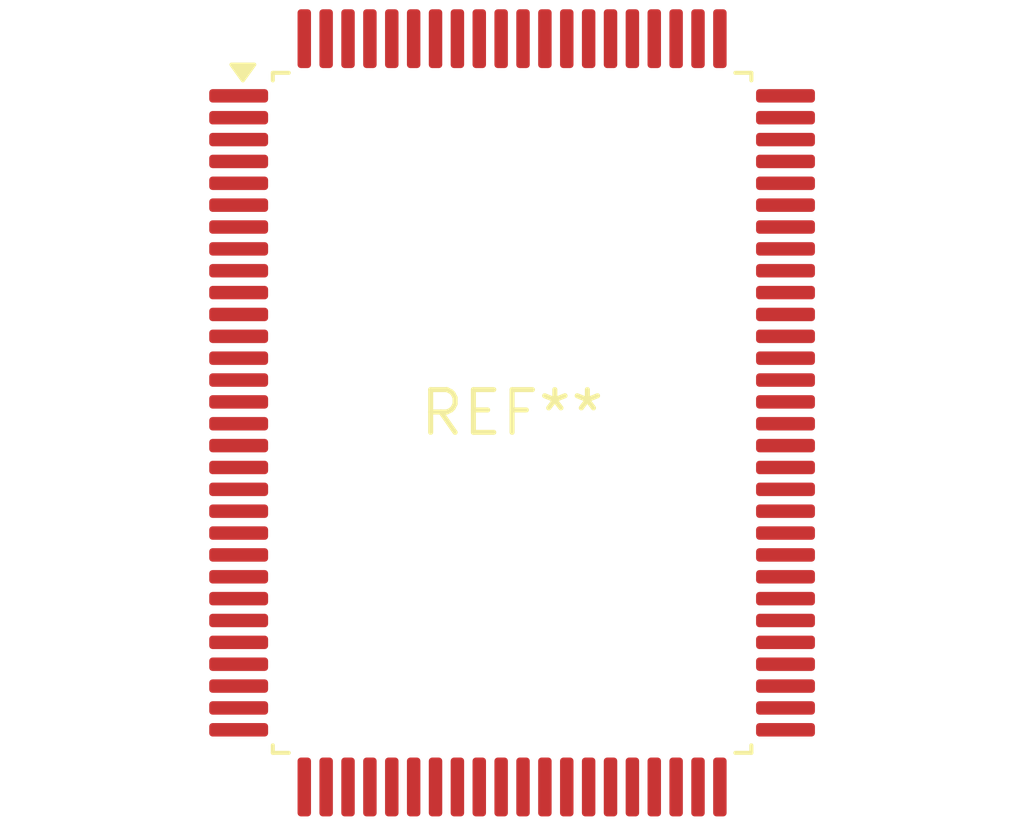
<source format=kicad_pcb>
(kicad_pcb (version 20240108) (generator pcbnew)
  (layers (0 "F.Cu" signal) (31 "B.Cu" signal) (34 "B.Paste" user) (35 "F.Paste" user) (36 "B.SilkS" user "B.Silkscreen") (37 "F.SilkS" user "F.Silkscreen") (38 "B.Mask" user) (39 "F.Mask" user) (44 "Edge.Cuts" user))
  (net 0 "")
  (footprint "PQFP-100_14x20mm_P0.65mm" (layer "F.Cu") (at 0 0)
    (property "Reference" "REF**")
    (property "Value" "PQFP-100_14x20mm_P0.65mm")
    (fp_line (start -7.11 -10.11) (end -7.11 -9.885) (layer "F.SilkS") (stroke (width 0.12)))
    (fp_line (start -7.11 10.11) (end -7.11 9.885) (layer "F.SilkS") (stroke (width 0.12)))
    (fp_line (start -6.635 -10.11) (end -7.11 -10.11) (layer "F.SilkS") (stroke (width 0.12)))
    (fp_line (start -6.635 10.11) (end -7.11 10.11) (layer "F.SilkS") (stroke (width 0.12)))
    (fp_line (start 6.635 -10.11) (end 7.11 -10.11) (layer "F.SilkS") (stroke (width 0.12)))
    (fp_line (start 6.635 10.11) (end 7.11 10.11) (layer "F.SilkS") (stroke (width 0.12)))
    (fp_line (start 7.11 -10.11) (end 7.11 -9.885) (layer "F.SilkS") (stroke (width 0.12)))
    (fp_line (start 7.11 10.11) (end 7.11 9.885) (layer "F.SilkS") (stroke (width 0.12)))
    (fp_poly (pts (xy -8 -9.885) (xy -8.34 -10.355) (xy -7.66 -10.355) (xy -8 -9.885)) (layer "F.SilkS") (stroke (width 0.12)) (fill solid))
    (pad "1" smd roundrect (at -8.125 -9.425) (size 1.75 0.4) (layers "F.Cu" "F.Paste" "F.Mask"))
    (pad "2" smd roundrect (at -8.125 -8.775) (size 1.75 0.4) (layers "F.Cu" "F.Paste" "F.Mask"))
    (pad "3" smd roundrect (at -8.125 -8.125) (size 1.75 0.4) (layers "F.Cu" "F.Paste" "F.Mask"))
    (pad "4" smd roundrect (at -8.125 -7.475) (size 1.75 0.4) (layers "F.Cu" "F.Paste" "F.Mask"))
    (pad "5" smd roundrect (at -8.125 -6.825) (size 1.75 0.4) (layers "F.Cu" "F.Paste" "F.Mask"))
    (pad "6" smd roundrect (at -8.125 -6.175) (size 1.75 0.4) (layers "F.Cu" "F.Paste" "F.Mask"))
    (pad "7" smd roundrect (at -8.125 -5.525) (size 1.75 0.4) (layers "F.Cu" "F.Paste" "F.Mask"))
    (pad "8" smd roundrect (at -8.125 -4.875) (size 1.75 0.4) (layers "F.Cu" "F.Paste" "F.Mask"))
    (pad "9" smd roundrect (at -8.125 -4.225) (size 1.75 0.4) (layers "F.Cu" "F.Paste" "F.Mask"))
    (pad "10" smd roundrect (at -8.125 -3.575) (size 1.75 0.4) (layers "F.Cu" "F.Paste" "F.Mask"))
    (pad "11" smd roundrect (at -8.125 -2.925) (size 1.75 0.4) (layers "F.Cu" "F.Paste" "F.Mask"))
    (pad "12" smd roundrect (at -8.125 -2.275) (size 1.75 0.4) (layers "F.Cu" "F.Paste" "F.Mask"))
    (pad "13" smd roundrect (at -8.125 -1.625) (size 1.75 0.4) (layers "F.Cu" "F.Paste" "F.Mask"))
    (pad "14" smd roundrect (at -8.125 -0.975) (size 1.75 0.4) (layers "F.Cu" "F.Paste" "F.Mask"))
    (pad "15" smd roundrect (at -8.125 -0.325) (size 1.75 0.4) (layers "F.Cu" "F.Paste" "F.Mask"))
    (pad "16" smd roundrect (at -8.125 0.325) (size 1.75 0.4) (layers "F.Cu" "F.Paste" "F.Mask"))
    (pad "17" smd roundrect (at -8.125 0.975) (size 1.75 0.4) (layers "F.Cu" "F.Paste" "F.Mask"))
    (pad "18" smd roundrect (at -8.125 1.625) (size 1.75 0.4) (layers "F.Cu" "F.Paste" "F.Mask"))
    (pad "19" smd roundrect (at -8.125 2.275) (size 1.75 0.4) (layers "F.Cu" "F.Paste" "F.Mask"))
    (pad "20" smd roundrect (at -8.125 2.925) (size 1.75 0.4) (layers "F.Cu" "F.Paste" "F.Mask"))
    (pad "21" smd roundrect (at -8.125 3.575) (size 1.75 0.4) (layers "F.Cu" "F.Paste" "F.Mask"))
    (pad "22" smd roundrect (at -8.125 4.225) (size 1.75 0.4) (layers "F.Cu" "F.Paste" "F.Mask"))
    (pad "23" smd roundrect (at -8.125 4.875) (size 1.75 0.4) (layers "F.Cu" "F.Paste" "F.Mask"))
    (pad "24" smd roundrect (at -8.125 5.525) (size 1.75 0.4) (layers "F.Cu" "F.Paste" "F.Mask"))
    (pad "25" smd roundrect (at -8.125 6.175) (size 1.75 0.4) (layers "F.Cu" "F.Paste" "F.Mask"))
    (pad "26" smd roundrect (at -8.125 6.825) (size 1.75 0.4) (layers "F.Cu" "F.Paste" "F.Mask"))
    (pad "27" smd roundrect (at -8.125 7.475) (size 1.75 0.4) (layers "F.Cu" "F.Paste" "F.Mask"))
    (pad "28" smd roundrect (at -8.125 8.125) (size 1.75 0.4) (layers "F.Cu" "F.Paste" "F.Mask"))
    (pad "29" smd roundrect (at -8.125 8.775) (size 1.75 0.4) (layers "F.Cu" "F.Paste" "F.Mask"))
    (pad "30" smd roundrect (at -8.125 9.425) (size 1.75 0.4) (layers "F.Cu" "F.Paste" "F.Mask"))
    (pad "31" smd roundrect (at -6.175 11.125) (size 0.4 1.75) (layers "F.Cu" "F.Paste" "F.Mask"))
    (pad "32" smd roundrect (at -5.525 11.125) (size 0.4 1.75) (layers "F.Cu" "F.Paste" "F.Mask"))
    (pad "33" smd roundrect (at -4.875 11.125) (size 0.4 1.75) (layers "F.Cu" "F.Paste" "F.Mask"))
    (pad "34" smd roundrect (at -4.225 11.125) (size 0.4 1.75) (layers "F.Cu" "F.Paste" "F.Mask"))
    (pad "35" smd roundrect (at -3.575 11.125) (size 0.4 1.75) (layers "F.Cu" "F.Paste" "F.Mask"))
    (pad "36" smd roundrect (at -2.925 11.125) (size 0.4 1.75) (layers "F.Cu" "F.Paste" "F.Mask"))
    (pad "37" smd roundrect (at -2.275 11.125) (size 0.4 1.75) (layers "F.Cu" "F.Paste" "F.Mask"))
    (pad "38" smd roundrect (at -1.625 11.125) (size 0.4 1.75) (layers "F.Cu" "F.Paste" "F.Mask"))
    (pad "39" smd roundrect (at -0.975 11.125) (size 0.4 1.75) (layers "F.Cu" "F.Paste" "F.Mask"))
    (pad "40" smd roundrect (at -0.325 11.125) (size 0.4 1.75) (layers "F.Cu" "F.Paste" "F.Mask"))
    (pad "41" smd roundrect (at 0.325 11.125) (size 0.4 1.75) (layers "F.Cu" "F.Paste" "F.Mask"))
    (pad "42" smd roundrect (at 0.975 11.125) (size 0.4 1.75) (layers "F.Cu" "F.Paste" "F.Mask"))
    (pad "43" smd roundrect (at 1.625 11.125) (size 0.4 1.75) (layers "F.Cu" "F.Paste" "F.Mask"))
    (pad "44" smd roundrect (at 2.275 11.125) (size 0.4 1.75) (layers "F.Cu" "F.Paste" "F.Mask"))
    (pad "45" smd roundrect (at 2.925 11.125) (size 0.4 1.75) (layers "F.Cu" "F.Paste" "F.Mask"))
    (pad "46" smd roundrect (at 3.575 11.125) (size 0.4 1.75) (layers "F.Cu" "F.Paste" "F.Mask"))
    (pad "47" smd roundrect (at 4.225 11.125) (size 0.4 1.75) (layers "F.Cu" "F.Paste" "F.Mask"))
    (pad "48" smd roundrect (at 4.875 11.125) (size 0.4 1.75) (layers "F.Cu" "F.Paste" "F.Mask"))
    (pad "49" smd roundrect (at 5.525 11.125) (size 0.4 1.75) (layers "F.Cu" "F.Paste" "F.Mask"))
    (pad "50" smd roundrect (at 6.175 11.125) (size 0.4 1.75) (layers "F.Cu" "F.Paste" "F.Mask"))
    (pad "51" smd roundrect (at 8.125 9.425) (size 1.75 0.4) (layers "F.Cu" "F.Paste" "F.Mask"))
    (pad "52" smd roundrect (at 8.125 8.775) (size 1.75 0.4) (layers "F.Cu" "F.Paste" "F.Mask"))
    (pad "53" smd roundrect (at 8.125 8.125) (size 1.75 0.4) (layers "F.Cu" "F.Paste" "F.Mask"))
    (pad "54" smd roundrect (at 8.125 7.475) (size 1.75 0.4) (layers "F.Cu" "F.Paste" "F.Mask"))
    (pad "55" smd roundrect (at 8.125 6.825) (size 1.75 0.4) (layers "F.Cu" "F.Paste" "F.Mask"))
    (pad "56" smd roundrect (at 8.125 6.175) (size 1.75 0.4) (layers "F.Cu" "F.Paste" "F.Mask"))
    (pad "57" smd roundrect (at 8.125 5.525) (size 1.75 0.4) (layers "F.Cu" "F.Paste" "F.Mask"))
    (pad "58" smd roundrect (at 8.125 4.875) (size 1.75 0.4) (layers "F.Cu" "F.Paste" "F.Mask"))
    (pad "59" smd roundrect (at 8.125 4.225) (size 1.75 0.4) (layers "F.Cu" "F.Paste" "F.Mask"))
    (pad "60" smd roundrect (at 8.125 3.575) (size 1.75 0.4) (layers "F.Cu" "F.Paste" "F.Mask"))
    (pad "61" smd roundrect (at 8.125 2.925) (size 1.75 0.4) (layers "F.Cu" "F.Paste" "F.Mask"))
    (pad "62" smd roundrect (at 8.125 2.275) (size 1.75 0.4) (layers "F.Cu" "F.Paste" "F.Mask"))
    (pad "63" smd roundrect (at 8.125 1.625) (size 1.75 0.4) (layers "F.Cu" "F.Paste" "F.Mask"))
    (pad "64" smd roundrect (at 8.125 0.975) (size 1.75 0.4) (layers "F.Cu" "F.Paste" "F.Mask"))
    (pad "65" smd roundrect (at 8.125 0.325) (size 1.75 0.4) (layers "F.Cu" "F.Paste" "F.Mask"))
    (pad "66" smd roundrect (at 8.125 -0.325) (size 1.75 0.4) (layers "F.Cu" "F.Paste" "F.Mask"))
    (pad "67" smd roundrect (at 8.125 -0.975) (size 1.75 0.4) (layers "F.Cu" "F.Paste" "F.Mask"))
    (pad "68" smd roundrect (at 8.125 -1.625) (size 1.75 0.4) (layers "F.Cu" "F.Paste" "F.Mask"))
    (pad "69" smd roundrect (at 8.125 -2.275) (size 1.75 0.4) (layers "F.Cu" "F.Paste" "F.Mask"))
    (pad "70" smd roundrect (at 8.125 -2.925) (size 1.75 0.4) (layers "F.Cu" "F.Paste" "F.Mask"))
    (pad "71" smd roundrect (at 8.125 -3.575) (size 1.75 0.4) (layers "F.Cu" "F.Paste" "F.Mask"))
    (pad "72" smd roundrect (at 8.125 -4.225) (size 1.75 0.4) (layers "F.Cu" "F.Paste" "F.Mask"))
    (pad "73" smd roundrect (at 8.125 -4.875) (size 1.75 0.4) (layers "F.Cu" "F.Paste" "F.Mask"))
    (pad "74" smd roundrect (at 8.125 -5.525) (size 1.75 0.4) (layers "F.Cu" "F.Paste" "F.Mask"))
    (pad "75" smd roundrect (at 8.125 -6.175) (size 1.75 0.4) (layers "F.Cu" "F.Paste" "F.Mask"))
    (pad "76" smd roundrect (at 8.125 -6.825) (size 1.75 0.4) (layers "F.Cu" "F.Paste" "F.Mask"))
    (pad "77" smd roundrect (at 8.125 -7.475) (size 1.75 0.4) (layers "F.Cu" "F.Paste" "F.Mask"))
    (pad "78" smd roundrect (at 8.125 -8.125) (size 1.75 0.4) (layers "F.Cu" "F.Paste" "F.Mask"))
    (pad "79" smd roundrect (at 8.125 -8.775) (size 1.75 0.4) (layers "F.Cu" "F.Paste" "F.Mask"))
    (pad "80" smd roundrect (at 8.125 -9.425) (size 1.75 0.4) (layers "F.Cu" "F.Paste" "F.Mask"))
    (pad "81" smd roundrect (at 6.175 -11.125) (size 0.4 1.75) (layers "F.Cu" "F.Paste" "F.Mask"))
    (pad "82" smd roundrect (at 5.525 -11.125) (size 0.4 1.75) (layers "F.Cu" "F.Paste" "F.Mask"))
    (pad "83" smd roundrect (at 4.875 -11.125) (size 0.4 1.75) (layers "F.Cu" "F.Paste" "F.Mask"))
    (pad "84" smd roundrect (at 4.225 -11.125) (size 0.4 1.75) (layers "F.Cu" "F.Paste" "F.Mask"))
    (pad "85" smd roundrect (at 3.575 -11.125) (size 0.4 1.75) (layers "F.Cu" "F.Paste" "F.Mask"))
    (pad "86" smd roundrect (at 2.925 -11.125) (size 0.4 1.75) (layers "F.Cu" "F.Paste" "F.Mask"))
    (pad "87" smd roundrect (at 2.275 -11.125) (size 0.4 1.75) (layers "F.Cu" "F.Paste" "F.Mask"))
    (pad "88" smd roundrect (at 1.625 -11.125) (size 0.4 1.75) (layers "F.Cu" "F.Paste" "F.Mask"))
    (pad "89" smd roundrect (at 0.975 -11.125) (size 0.4 1.75) (layers "F.Cu" "F.Paste" "F.Mask"))
    (pad "90" smd roundrect (at 0.325 -11.125) (size 0.4 1.75) (layers "F.Cu" "F.Paste" "F.Mask"))
    (pad "91" smd roundrect (at -0.325 -11.125) (size 0.4 1.75) (layers "F.Cu" "F.Paste" "F.Mask"))
    (pad "92" smd roundrect (at -0.975 -11.125) (size 0.4 1.75) (layers "F.Cu" "F.Paste" "F.Mask"))
    (pad "93" smd roundrect (at -1.625 -11.125) (size 0.4 1.75) (layers "F.Cu" "F.Paste" "F.Mask"))
    (pad "94" smd roundrect (at -2.275 -11.125) (size 0.4 1.75) (layers "F.Cu" "F.Paste" "F.Mask"))
    (pad "95" smd roundrect (at -2.925 -11.125) (size 0.4 1.75) (layers "F.Cu" "F.Paste" "F.Mask"))
    (pad "96" smd roundrect (at -3.575 -11.125) (size 0.4 1.75) (layers "F.Cu" "F.Paste" "F.Mask"))
    (pad "97" smd roundrect (at -4.225 -11.125) (size 0.4 1.75) (layers "F.Cu" "F.Paste" "F.Mask"))
    (pad "98" smd roundrect (at -4.875 -11.125) (size 0.4 1.75) (layers "F.Cu" "F.Paste" "F.Mask"))
    (pad "99" smd roundrect (at -5.525 -11.125) (size 0.4 1.75) (layers "F.Cu" "F.Paste" "F.Mask"))
    (pad "100" smd roundrect (at -6.175 -11.125) (size 0.4 1.75) (layers "F.Cu" "F.Paste" "F.Mask"))
  )
)
</source>
